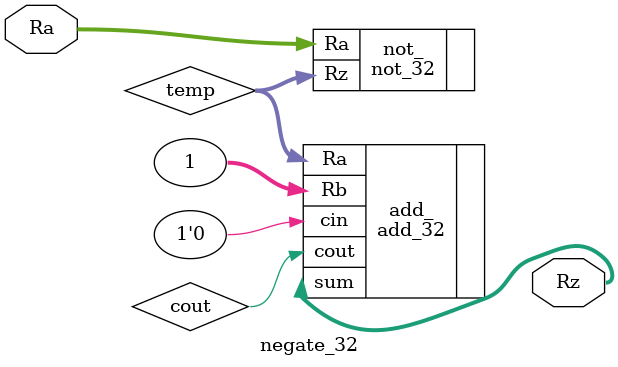
<source format=v>
module negate_32(
	input wire [31:0] Ra,
	output wire [31:0] Rz
	);
	
	wire [31:0] temp; 
	wire cout;
	not_32 not_(.Ra(Ra),.Rz(temp));
	add_32 add_(.Ra(temp), .Rb(32'd1), .cin(1'd0),.sum(Rz), .cout(cout));
	
endmodule
</source>
